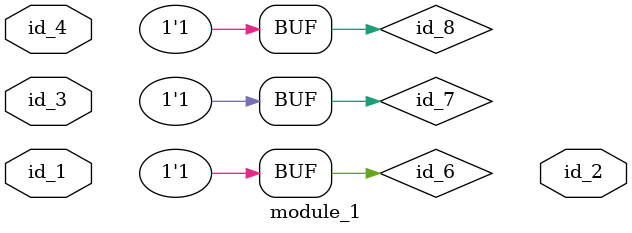
<source format=v>
module module_0 (
    id_1,
    id_2,
    id_3,
    id_4,
    id_5,
    id_6
);
  output wire id_6;
  input wire id_5;
  inout wire id_4;
  input wire id_3;
  input wire id_2;
  input wire id_1;
  assign id_4 = id_2;
endmodule
module module_1 (
    id_1,
    id_2,
    id_3,
    id_4
);
  input wire id_4;
  inout wire id_3;
  output wire id_2;
  input wire id_1;
  wor id_5, id_6, id_7;
  wire id_8 = 1;
  assign id_8 = 1;
  module_0 modCall_1 (
      id_3,
      id_6,
      id_6,
      id_6,
      id_7,
      id_5
  );
  assign id_7 = 1;
  assign id_6 = 1 == id_7;
endmodule

</source>
